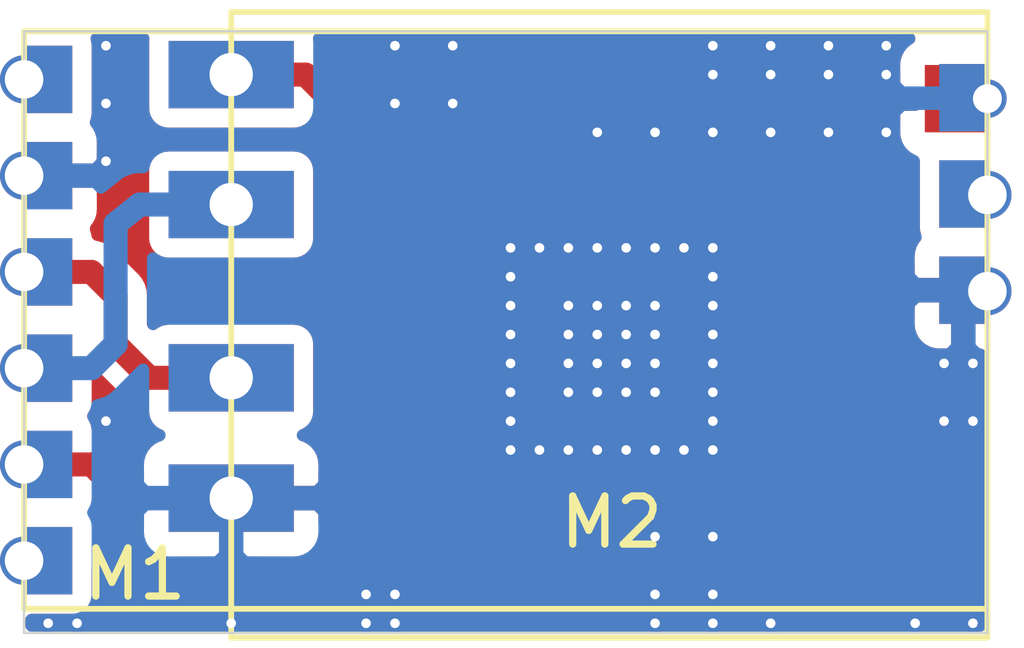
<source format=kicad_pcb>
(kicad_pcb (version 20171130) (host pcbnew "(5.1.9)-1")

  (general
    (thickness 1.6)
    (drawings 4)
    (tracks 114)
    (zones 0)
    (modules 2)
    (nets 8)
  )

  (page A4)
  (layers
    (0 F.Cu signal)
    (31 B.Cu signal)
    (32 B.Adhes user)
    (33 F.Adhes user)
    (34 B.Paste user)
    (35 F.Paste user)
    (36 B.SilkS user)
    (37 F.SilkS user)
    (38 B.Mask user)
    (39 F.Mask user)
    (40 Dwgs.User user)
    (41 Cmts.User user)
    (42 Eco1.User user)
    (43 Eco2.User user)
    (44 Edge.Cuts user)
    (45 Margin user)
    (46 B.CrtYd user)
    (47 F.CrtYd user)
    (48 B.Fab user)
    (49 F.Fab user)
  )

  (setup
    (last_trace_width 0.5)
    (user_trace_width 0.5)
    (trace_clearance 0.4)
    (zone_clearance 0)
    (zone_45_only no)
    (trace_min 0.2)
    (via_size 0.8)
    (via_drill 0.4)
    (via_min_size 0.4)
    (via_min_drill 0.3)
    (uvia_size 0.3)
    (uvia_drill 0.1)
    (uvias_allowed no)
    (uvia_min_size 0.2)
    (uvia_min_drill 0.1)
    (edge_width 0.05)
    (segment_width 0.2)
    (pcb_text_width 0.3)
    (pcb_text_size 1.5 1.5)
    (mod_edge_width 0.12)
    (mod_text_size 1 1)
    (mod_text_width 0.15)
    (pad_size 2 1.4)
    (pad_drill 0.9)
    (pad_to_mask_clearance 0.05)
    (aux_axis_origin 0 0)
    (visible_elements 7FFFFFFF)
    (pcbplotparams
      (layerselection 0x010fc_ffffffff)
      (usegerberextensions false)
      (usegerberattributes true)
      (usegerberadvancedattributes true)
      (creategerberjobfile true)
      (excludeedgelayer true)
      (linewidth 0.100000)
      (plotframeref false)
      (viasonmask false)
      (mode 1)
      (useauxorigin false)
      (hpglpennumber 1)
      (hpglpenspeed 20)
      (hpglpendiameter 15.000000)
      (psnegative false)
      (psa4output false)
      (plotreference true)
      (plotvalue true)
      (plotinvisibletext false)
      (padsonsilk false)
      (subtractmaskfromsilk false)
      (outputformat 1)
      (mirror false)
      (drillshape 1)
      (scaleselection 1)
      (outputdirectory ""))
  )

  (net 0 "")
  (net 1 ANT)
  (net 2 GND)
  (net 3 VDD)
  (net 4 UDM)
  (net 5 UDP)
  (net 6 "Net-(M1-Pad6)")
  (net 7 "Net-(M1-Pad1)")

  (net_class Default "This is the default net class."
    (clearance 0.4)
    (trace_width 0.25)
    (via_dia 0.8)
    (via_drill 0.4)
    (uvia_dia 0.3)
    (uvia_drill 0.1)
    (add_net ANT)
    (add_net GND)
    (add_net "Net-(M1-Pad1)")
    (add_net "Net-(M1-Pad6)")
    (add_net UDM)
    (add_net UDP)
    (add_net VDD)
  )

  (module components:BL-R7601MU6_VER0.1 (layer F.Cu) (tedit 601AC29A) (tstamp 601ABD40)
    (at 138.4 50.1)
    (path /601AC4B1)
    (fp_text reference M2 (at 7.9 10.6) (layer F.SilkS)
      (effects (font (size 1 1) (thickness 0.15)))
    )
    (fp_text value BL-R7601MU6_VER0.1 (at 7.9 12.2) (layer F.Fab)
      (effects (font (size 1 1) (thickness 0.15)))
    )
    (fp_line (start 0 13) (end 0 0) (layer F.SilkS) (width 0.12))
    (fp_line (start 0 13) (end 15.7 13) (layer F.SilkS) (width 0.12))
    (fp_line (start 15.7 0) (end 15.7 13) (layer F.SilkS) (width 0.12))
    (fp_line (start 0 0) (end 15.7 0) (layer F.SilkS) (width 0.12))
    (pad 5 smd rect (at 15.7 1.8) (size 1.3 1.4) (drill (offset -0.65 0)) (layers F.Cu F.Paste F.Mask)
      (net 2 GND))
    (pad 4 thru_hole rect (at 0 1.3) (size 2.6 1.4) (drill 0.9) (layers *.Cu *.Mask)
      (net 3 VDD))
    (pad 3 thru_hole rect (at 0 4) (size 2.6 1.4) (drill 0.9) (layers *.Cu *.Mask)
      (net 4 UDM))
    (pad 2 thru_hole rect (at 0 7.6) (size 2.6 1.4) (drill 0.9) (layers *.Cu *.Mask)
      (net 5 UDP))
    (pad 1 thru_hole rect (at 0 10.1) (size 2.6 1.4) (drill 0.9) (layers *.Cu *.Mask)
      (net 2 GND))
  )

  (module components:BL-M7601NU4_V1.0 (layer F.Cu) (tedit 60117906) (tstamp 5FE9DD8E)
    (at 134.1 50.5)
    (path /5FEB479D)
    (fp_text reference M1 (at 2.3 11.28) (layer F.SilkS)
      (effects (font (size 1 1) (thickness 0.15)))
    )
    (fp_text value BL-M7601NU4_V1.0 (at 8.7 11.98) (layer B.Fab)
      (effects (font (size 1 1) (thickness 0.15)) (justify mirror))
    )
    (fp_line (start 0 0) (end 20 0) (layer F.SilkS) (width 0.12))
    (fp_line (start 20 0) (end 20 12) (layer F.SilkS) (width 0.12))
    (fp_line (start 0 12) (end 20 12) (layer F.SilkS) (width 0.12))
    (fp_line (start 0 0) (end 0 12) (layer F.SilkS) (width 0.12))
    (pad 6 smd rect (at 0 1) (size 1 1.4) (drill (offset 0.5 0)) (layers F.Cu F.Paste F.Mask)
      (net 6 "Net-(M1-Pad6)"))
    (pad 9 smd rect (at 20 1.38) (size 1 1.4) (drill (offset -0.5 0)) (layers F.Cu F.Paste F.Mask)
      (net 2 GND))
    (pad 8 smd rect (at 20 3.38) (size 1 1.4) (drill (offset -0.5 0)) (layers F.Cu F.Paste F.Mask)
      (net 1 ANT))
    (pad 3 smd rect (at 0 7) (size 1 1.4) (drill (offset 0.5 0)) (layers F.Cu F.Paste F.Mask)
      (net 4 UDM))
    (pad 2 smd rect (at 0 9) (size 1 1.4) (drill (offset 0.5 0)) (layers F.Cu F.Paste F.Mask)
      (net 3 VDD))
    (pad 7 smd rect (at 20 5.38) (size 1 1.4) (drill (offset -0.5 0)) (layers F.Cu F.Paste F.Mask)
      (net 2 GND))
    (pad 1 smd rect (at 0 11) (size 1 1.4) (drill (offset 0.5 0)) (layers F.Cu F.Paste F.Mask)
      (net 7 "Net-(M1-Pad1)"))
    (pad 5 smd rect (at 0 3) (size 1 1.4) (drill (offset 0.5 0)) (layers F.Cu F.Paste F.Mask)
      (net 2 GND))
    (pad 4 smd rect (at 0 5) (size 1 1.4) (drill (offset 0.5 0)) (layers F.Cu F.Paste F.Mask)
      (net 5 UDP))
    (pad 9 smd rect (at 20 1.38) (size 1 1.4) (drill (offset -0.5 0)) (layers B.Cu B.Paste B.Mask)
      (net 2 GND))
    (pad 8 smd rect (at 20 3.38) (size 1 1.4) (drill (offset -0.5 0)) (layers B.Cu B.Paste B.Mask)
      (net 1 ANT))
    (pad 7 smd rect (at 20 5.38) (size 1 1.4) (drill (offset -0.5 0)) (layers B.Cu B.Paste B.Mask)
      (net 2 GND))
    (pad 6 smd rect (at 0 1) (size 1 1.4) (drill (offset 0.5 0)) (layers B.Cu B.Paste B.Mask)
      (net 6 "Net-(M1-Pad6)"))
    (pad 5 smd rect (at 0 3) (size 1 1.4) (drill (offset 0.5 0)) (layers B.Cu B.Paste B.Mask)
      (net 2 GND))
    (pad 4 smd rect (at 0 5) (size 1 1.4) (drill (offset 0.5 0)) (layers B.Cu B.Paste B.Mask)
      (net 5 UDP))
    (pad 3 smd rect (at 0 7) (size 1 1.4) (drill (offset 0.5 0)) (layers B.Cu B.Paste B.Mask)
      (net 4 UDM))
    (pad 2 smd rect (at 0 9) (size 1 1.4) (drill (offset 0.5 0)) (layers B.Cu B.Paste B.Mask)
      (net 3 VDD))
    (pad 1 smd rect (at 0 11) (size 1 1.4) (drill (offset 0.5 0)) (layers B.Cu B.Paste B.Mask)
      (net 7 "Net-(M1-Pad1)"))
  )

  (gr_line (start 134.1 63) (end 134.1 50.5) (layer Edge.Cuts) (width 0.05) (tstamp 5FE9E190))
  (gr_line (start 154.1 63) (end 134.1 63) (layer Edge.Cuts) (width 0.05))
  (gr_line (start 154.1 50.5) (end 154.1 63) (layer Edge.Cuts) (width 0.05))
  (gr_line (start 134.1 50.5) (end 154.1 50.5) (layer Edge.Cuts) (width 0.05))

  (via (at 134.1 51.5) (size 1) (drill 0.8) (layers F.Cu B.Cu) (net 6) (tstamp 60118115))
  (via (at 134.1 61.5) (size 1) (drill 0.8) (layers F.Cu B.Cu) (net 7) (tstamp 60118115))
  (via (at 154.1 53.9) (size 1) (drill 0.8) (layers F.Cu B.Cu) (net 1) (tstamp 60118115))
  (via (at 154.1 55.9) (size 1) (drill 0.8) (layers F.Cu B.Cu) (net 2) (tstamp 60118115))
  (via (at 154.1 51.9) (size 0.8) (drill 0.6) (layers F.Cu B.Cu) (net 2) (tstamp 60118115))
  (via (at 134.1 53.5) (size 1) (drill 0.8) (layers F.Cu B.Cu) (net 2))
  (via (at 135.8 50.8) (size 0.4) (drill 0.2) (layers F.Cu B.Cu) (net 2) (tstamp 60006EA2))
  (via (at 135.8 52) (size 0.4) (drill 0.2) (layers F.Cu B.Cu) (net 2) (tstamp 600D7465))
  (via (at 141.8 52) (size 0.4) (drill 0.2) (layers F.Cu B.Cu) (net 2) (tstamp 600D750B))
  (via (at 141.8 50.8) (size 0.4) (drill 0.2) (layers F.Cu B.Cu) (net 2) (tstamp 600D750C))
  (via (at 143 52) (size 0.4) (drill 0.2) (layers F.Cu B.Cu) (net 2) (tstamp 600D751B))
  (via (at 143 50.8) (size 0.4) (drill 0.2) (layers F.Cu B.Cu) (net 2) (tstamp 600D751D))
  (via (at 144.2 55) (size 0.4) (drill 0.2) (layers F.Cu B.Cu) (net 2) (tstamp 600D7573))
  (via (at 144.8 55) (size 0.4) (drill 0.2) (layers F.Cu B.Cu) (net 2) (tstamp 600D7575))
  (via (at 145.4 55) (size 0.4) (drill 0.2) (layers F.Cu B.Cu) (net 2) (tstamp 600D7577))
  (via (at 146 55) (size 0.4) (drill 0.2) (layers F.Cu B.Cu) (net 2) (tstamp 600D7579))
  (via (at 146.6 55) (size 0.4) (drill 0.2) (layers F.Cu B.Cu) (net 2) (tstamp 600D757B))
  (via (at 147.2 55) (size 0.4) (drill 0.2) (layers F.Cu B.Cu) (net 2) (tstamp 600D757D))
  (via (at 147.8 55) (size 0.4) (drill 0.2) (layers F.Cu B.Cu) (net 2) (tstamp 600D757F))
  (via (at 148.4 55) (size 0.4) (drill 0.2) (layers F.Cu B.Cu) (net 2) (tstamp 600D7581))
  (via (at 148.4 52.6) (size 0.4) (drill 0.2) (layers F.Cu B.Cu) (net 2) (tstamp 600D7585))
  (via (at 148.4 51.4) (size 0.4) (drill 0.2) (layers F.Cu B.Cu) (net 2) (tstamp 600D758B))
  (via (at 148.4 50.8) (size 0.4) (drill 0.2) (layers F.Cu B.Cu) (net 2) (tstamp 600D758D))
  (via (at 148.4 55.6) (size 0.4) (drill 0.2) (layers F.Cu B.Cu) (net 2) (tstamp 600D7595))
  (via (at 148.4 56.2) (size 0.4) (drill 0.2) (layers F.Cu B.Cu) (net 2) (tstamp 600D7597))
  (via (at 148.4 56.8) (size 0.4) (drill 0.2) (layers F.Cu B.Cu) (net 2) (tstamp 600D7599))
  (via (at 147.2 56.2) (size 0.4) (drill 0.2) (layers F.Cu B.Cu) (net 2) (tstamp 600D759B))
  (via (at 146.6 56.2) (size 0.4) (drill 0.2) (layers F.Cu B.Cu) (net 2) (tstamp 600D759D))
  (via (at 146 56.2) (size 0.4) (drill 0.2) (layers F.Cu B.Cu) (net 2) (tstamp 600D759F))
  (via (at 145.4 56.2) (size 0.4) (drill 0.2) (layers F.Cu B.Cu) (net 2) (tstamp 600D75A1))
  (via (at 144.2 56.2) (size 0.4) (drill 0.2) (layers F.Cu B.Cu) (net 2) (tstamp 600D75A5))
  (via (at 144.2 57.4) (size 0.4) (drill 0.2) (layers F.Cu B.Cu) (net 2) (tstamp 600D75AF))
  (via (at 144.2 56.8) (size 0.4) (drill 0.2) (layers F.Cu B.Cu) (net 2) (tstamp 600D75B1))
  (via (at 145.4 57.4) (size 0.4) (drill 0.2) (layers F.Cu B.Cu) (net 2) (tstamp 600D75B7))
  (via (at 145.4 56.8) (size 0.4) (drill 0.2) (layers F.Cu B.Cu) (net 2) (tstamp 600D75B9))
  (via (at 146 56.8) (size 0.4) (drill 0.2) (layers F.Cu B.Cu) (net 2) (tstamp 600D75BB))
  (via (at 146.6 56.8) (size 0.4) (drill 0.2) (layers F.Cu B.Cu) (net 2) (tstamp 600D75BD))
  (via (at 147.2 56.8) (size 0.4) (drill 0.2) (layers F.Cu B.Cu) (net 2) (tstamp 600D75BF))
  (via (at 146 57.4) (size 0.4) (drill 0.2) (layers F.Cu B.Cu) (net 2) (tstamp 600D75C1))
  (via (at 146.6 57.4) (size 0.4) (drill 0.2) (layers F.Cu B.Cu) (net 2) (tstamp 600D75C3))
  (via (at 147.2 57.4) (size 0.4) (drill 0.2) (layers F.Cu B.Cu) (net 2) (tstamp 600D75C5))
  (via (at 147.2 58) (size 0.4) (drill 0.2) (layers F.Cu B.Cu) (net 2) (tstamp 600D75C7))
  (via (at 147.2 59.2) (size 0.4) (drill 0.2) (layers F.Cu B.Cu) (net 2) (tstamp 600D75CB))
  (via (at 144.2 55.6) (size 0.4) (drill 0.2) (layers F.Cu B.Cu) (net 2) (tstamp 600D760B))
  (via (at 144.2 58) (size 0.4) (drill 0.2) (layers F.Cu B.Cu) (net 2) (tstamp 600D7619))
  (via (at 144.2 58.6) (size 0.4) (drill 0.2) (layers F.Cu B.Cu) (net 2) (tstamp 600D761B))
  (via (at 144.2 59.2) (size 0.4) (drill 0.2) (layers F.Cu B.Cu) (net 2) (tstamp 600D7625))
  (via (at 144.8 59.2) (size 0.4) (drill 0.2) (layers F.Cu B.Cu) (net 2) (tstamp 600D7627))
  (via (at 145.4 59.2) (size 0.4) (drill 0.2) (layers F.Cu B.Cu) (net 2) (tstamp 600D7629))
  (via (at 145.4 58) (size 0.4) (drill 0.2) (layers F.Cu B.Cu) (net 2) (tstamp 600D762B))
  (via (at 146 59.2) (size 0.4) (drill 0.2) (layers F.Cu B.Cu) (net 2) (tstamp 600D7633))
  (via (at 146 58) (size 0.4) (drill 0.2) (layers F.Cu B.Cu) (net 2) (tstamp 600D7637))
  (via (at 146.6 58) (size 0.4) (drill 0.2) (layers F.Cu B.Cu) (net 2) (tstamp 600D7639))
  (via (at 146.6 59.2) (size 0.4) (drill 0.2) (layers F.Cu B.Cu) (net 2) (tstamp 600D763D))
  (via (at 147.8 59.2) (size 0.4) (drill 0.2) (layers F.Cu B.Cu) (net 2) (tstamp 600D763F))
  (via (at 148.4 57.4) (size 0.4) (drill 0.2) (layers F.Cu B.Cu) (net 2) (tstamp 600D7647))
  (via (at 148.4 58) (size 0.4) (drill 0.2) (layers F.Cu B.Cu) (net 2) (tstamp 600D7649))
  (via (at 148.4 58.6) (size 0.4) (drill 0.2) (layers F.Cu B.Cu) (net 2) (tstamp 600D764B))
  (via (at 148.4 59.2) (size 0.4) (drill 0.2) (layers F.Cu B.Cu) (net 2) (tstamp 600D764D))
  (via (at 153.2 57.4) (size 0.4) (drill 0.2) (layers F.Cu B.Cu) (net 2) (tstamp 600D765E))
  (via (at 153.8 57.4) (size 0.4) (drill 0.2) (layers F.Cu B.Cu) (net 2) (tstamp 600D7660))
  (via (at 153.8 58.6) (size 0.4) (drill 0.2) (layers F.Cu B.Cu) (net 2) (tstamp 600D7664))
  (via (at 153.2 58.6) (size 0.4) (drill 0.2) (layers F.Cu B.Cu) (net 2) (tstamp 600D7666))
  (via (at 153.8 62.8) (size 0.4) (drill 0.2) (layers F.Cu B.Cu) (net 2) (tstamp 600D7676))
  (via (at 152.6 62.8) (size 0.4) (drill 0.2) (layers F.Cu B.Cu) (net 2) (tstamp 600D767A))
  (via (at 149.6 62.8) (size 0.4) (drill 0.2) (layers F.Cu B.Cu) (net 2) (tstamp 600D7684))
  (via (at 148.4 62.8) (size 0.4) (drill 0.2) (layers F.Cu B.Cu) (net 2) (tstamp 600D7688))
  (via (at 147.2 62.8) (size 0.4) (drill 0.2) (layers F.Cu B.Cu) (net 2) (tstamp 600D768C))
  (via (at 147.2 62.2) (size 0.4) (drill 0.2) (layers F.Cu B.Cu) (net 2) (tstamp 600D768E))
  (via (at 148.4 62.2) (size 0.4) (drill 0.2) (layers F.Cu B.Cu) (net 2) (tstamp 600D7696))
  (via (at 148.4 61) (size 0.4) (drill 0.2) (layers F.Cu B.Cu) (net 2) (tstamp 600D769A))
  (via (at 147.2 61) (size 0.4) (drill 0.2) (layers F.Cu B.Cu) (net 2) (tstamp 600D769E))
  (via (at 141.8 62.2) (size 0.4) (drill 0.2) (layers F.Cu B.Cu) (net 2) (tstamp 600D76A4))
  (via (at 141.2 62.2) (size 0.4) (drill 0.2) (layers F.Cu B.Cu) (net 2) (tstamp 600D76AA))
  (via (at 135.8 58.6) (size 0.4) (drill 0.2) (layers F.Cu B.Cu) (net 2) (tstamp 600D7F8C))
  (via (at 135.2 62.8) (size 0.4) (drill 0.2) (layers F.Cu B.Cu) (net 2) (tstamp 600D7F98))
  (via (at 134.6 62.8) (size 0.4) (drill 0.2) (layers F.Cu B.Cu) (net 2) (tstamp 600D7F9A))
  (via (at 149.6 52.6) (size 0.4) (drill 0.2) (layers F.Cu B.Cu) (net 2) (tstamp 600D800B))
  (via (at 149.6 51.4) (size 0.4) (drill 0.2) (layers F.Cu B.Cu) (net 2) (tstamp 600D800C))
  (via (at 149.6 50.8) (size 0.4) (drill 0.2) (layers F.Cu B.Cu) (net 2) (tstamp 600D800D))
  (via (at 150.8 51.4) (size 0.4) (drill 0.2) (layers F.Cu B.Cu) (net 2) (tstamp 600D801B))
  (via (at 150.8 52.6) (size 0.4) (drill 0.2) (layers F.Cu B.Cu) (net 2) (tstamp 600D801C))
  (via (at 150.8 50.8) (size 0.4) (drill 0.2) (layers F.Cu B.Cu) (net 2) (tstamp 600D801D))
  (via (at 152 51.4) (size 0.4) (drill 0.2) (layers F.Cu B.Cu) (net 2) (tstamp 600D802A))
  (via (at 152 52.6) (size 0.4) (drill 0.2) (layers F.Cu B.Cu) (net 2) (tstamp 600D802B))
  (via (at 152 50.8) (size 0.4) (drill 0.2) (layers F.Cu B.Cu) (net 2) (tstamp 600D802D))
  (via (at 135.8 53.2) (size 0.4) (drill 0.2) (layers F.Cu B.Cu) (net 2) (tstamp 600D8064))
  (via (at 138.4 62.8) (size 0.4) (drill 0.2) (layers F.Cu B.Cu) (net 2) (tstamp 600D808A))
  (via (at 147.2 52.6) (size 0.4) (drill 0.2) (layers F.Cu B.Cu) (net 2) (tstamp 600D80B2))
  (via (at 146 52.6) (size 0.4) (drill 0.2) (layers F.Cu B.Cu) (net 2) (tstamp 600D80B6))
  (via (at 141.2 62.8) (size 0.4) (drill 0.2) (layers F.Cu B.Cu) (net 2) (tstamp 600D76A8))
  (via (at 141.8 62.8) (size 0.4) (drill 0.2) (layers F.Cu B.Cu) (net 2) (tstamp 600D76A6))
  (via (at 134.1 59.5) (size 1) (drill 0.8) (layers F.Cu B.Cu) (net 3) (tstamp 60118115))
  (segment (start 136 61) (end 136 60) (width 0.5) (layer F.Cu) (net 3))
  (segment (start 137.050001 61.949999) (end 136 61) (width 0.5) (layer F.Cu) (net 3))
  (segment (start 135.5 59.5) (end 135 59.5) (width 0.5) (layer F.Cu) (net 3))
  (segment (start 140.191999 61.949999) (end 137.050001 61.949999) (width 0.5) (layer F.Cu) (net 3))
  (segment (start 141.5 60.641998) (end 140.191999 61.949999) (width 0.5) (layer F.Cu) (net 3))
  (segment (start 136 60) (end 135.5 59.5) (width 0.5) (layer F.Cu) (net 3))
  (segment (start 141.5 52.958002) (end 141.5 60.641998) (width 0.5) (layer F.Cu) (net 3))
  (segment (start 139.941998 51.4) (end 141.5 52.958002) (width 0.5) (layer F.Cu) (net 3))
  (segment (start 138.4 51.4) (end 139.941998 51.4) (width 0.5) (layer F.Cu) (net 3))
  (via (at 134.1 57.5) (size 1) (drill 0.8) (layers F.Cu B.Cu) (net 4) (tstamp 60118115))
  (segment (start 135.5 57.5) (end 134.77501 57.5) (width 0.5) (layer B.Cu) (net 4))
  (segment (start 136 57) (end 135.5 57.5) (width 0.5) (layer B.Cu) (net 4))
  (segment (start 136 54.5) (end 136 57) (width 0.5) (layer B.Cu) (net 4))
  (segment (start 136.5 54.1) (end 136 54.5) (width 0.5) (layer B.Cu) (net 4))
  (segment (start 138.4 54.1) (end 136.5 54.1) (width 0.5) (layer B.Cu) (net 4))
  (via (at 134.1 55.5) (size 1) (drill 0.8) (layers F.Cu B.Cu) (net 5))
  (segment (start 138.4 57.7) (end 136.7 57.7) (width 0.5) (layer F.Cu) (net 5))
  (segment (start 136.7 57.7) (end 136 57) (width 0.5) (layer F.Cu) (net 5))
  (segment (start 136 57) (end 136 56) (width 0.5) (layer F.Cu) (net 5))
  (segment (start 135.5 55.5) (end 134.77501 55.5) (width 0.5) (layer F.Cu) (net 5))
  (segment (start 136 56) (end 135.5 55.5) (width 0.5) (layer F.Cu) (net 5))

  (zone (net 2) (net_name GND) (layer F.Cu) (tstamp 0) (hatch edge 0.508)
    (connect_pads (clearance 0))
    (min_thickness 0.254)
    (fill yes (arc_segments 32) (thermal_gap 0.508) (thermal_bridge_width 0.508))
    (polygon
      (pts
        (xy 154.1 63) (xy 134.1 63) (xy 134.1 50.5) (xy 154.1 50.5)
      )
    )
    (filled_polygon
      (pts
        (xy 152.445506 50.669463) (xy 152.348815 50.748815) (xy 152.269463 50.845506) (xy 152.210498 50.95582) (xy 152.174188 51.075518)
        (xy 152.161928 51.2) (xy 152.165 51.61425) (xy 152.32375 51.773) (xy 153.747 51.773) (xy 153.747 52.007)
        (xy 153.727 52.007) (xy 153.727 52.027) (xy 153.473 52.027) (xy 153.473 52.007) (xy 152.62375 52.007)
        (xy 152.60375 52.027) (xy 152.32375 52.027) (xy 152.165 52.18575) (xy 152.161928 52.6) (xy 152.174188 52.724482)
        (xy 152.210498 52.84418) (xy 152.269463 52.954494) (xy 152.348815 53.051185) (xy 152.445506 53.130537) (xy 152.55582 53.189502)
        (xy 152.570451 53.19394) (xy 152.570451 54.58) (xy 152.580626 54.68331) (xy 152.609107 54.777199) (xy 152.569463 54.825506)
        (xy 152.510498 54.93582) (xy 152.474188 55.055518) (xy 152.461928 55.18) (xy 152.465 55.59425) (xy 152.62375 55.753)
        (xy 153.473 55.753) (xy 153.473 55.733) (xy 153.727 55.733) (xy 153.727 55.753) (xy 153.747 55.753)
        (xy 153.747 56.007) (xy 153.727 56.007) (xy 153.727 57.05625) (xy 153.88575 57.215) (xy 153.948001 57.215893)
        (xy 153.948001 62.848) (xy 134.252 62.848) (xy 134.252 62.729549) (xy 135.1 62.729549) (xy 135.20331 62.719374)
        (xy 135.30265 62.689239) (xy 135.394202 62.640304) (xy 135.474448 62.574448) (xy 135.540304 62.494202) (xy 135.589239 62.40265)
        (xy 135.619374 62.30331) (xy 135.629549 62.2) (xy 135.629549 61.712654) (xy 136.48595 62.487492) (xy 136.497921 62.502079)
        (xy 136.542589 62.538737) (xy 136.557003 62.551778) (xy 136.572086 62.562944) (xy 136.616235 62.599176) (xy 136.633475 62.608391)
        (xy 136.649194 62.620028) (xy 136.700854 62.644406) (xy 136.751217 62.671326) (xy 136.769928 62.677002) (xy 136.787612 62.685347)
        (xy 136.843019 62.699174) (xy 136.897682 62.715756) (xy 136.917148 62.717673) (xy 136.936113 62.722406) (xy 136.993142 62.725158)
        (xy 137.011835 62.726999) (xy 137.031296 62.726999) (xy 137.08899 62.729783) (xy 137.107646 62.726999) (xy 140.153836 62.726999)
        (xy 140.191999 62.730758) (xy 140.230162 62.726999) (xy 140.230165 62.726999) (xy 140.344318 62.715756) (xy 140.490783 62.671326)
        (xy 140.625765 62.599176) (xy 140.744079 62.502079) (xy 140.768411 62.47243) (xy 142.022436 61.218406) (xy 142.05208 61.194078)
        (xy 142.086351 61.152319) (xy 142.149177 61.075764) (xy 142.18244 61.013533) (xy 142.221327 60.940782) (xy 142.265757 60.794317)
        (xy 142.277 60.680164) (xy 142.277 60.680162) (xy 142.280759 60.641998) (xy 142.277 60.603835) (xy 142.277 56.58)
        (xy 152.461928 56.58) (xy 152.474188 56.704482) (xy 152.510498 56.82418) (xy 152.569463 56.934494) (xy 152.648815 57.031185)
        (xy 152.745506 57.110537) (xy 152.85582 57.169502) (xy 152.975518 57.205812) (xy 153.1 57.218072) (xy 153.31425 57.215)
        (xy 153.473 57.05625) (xy 153.473 56.007) (xy 152.62375 56.007) (xy 152.465 56.16575) (xy 152.461928 56.58)
        (xy 142.277 56.58) (xy 142.277 52.996165) (xy 142.280759 52.958002) (xy 142.276106 52.910761) (xy 142.265757 52.805683)
        (xy 142.221327 52.659218) (xy 142.178984 52.58) (xy 142.149178 52.524236) (xy 142.076409 52.435567) (xy 142.076408 52.435566)
        (xy 142.05208 52.405922) (xy 142.022437 52.381595) (xy 140.51841 50.877569) (xy 140.494078 50.84792) (xy 140.375764 50.750823)
        (xy 140.240782 50.678673) (xy 140.227038 50.674504) (xy 140.224821 50.652) (xy 152.478176 50.652)
      )
    )
    (filled_polygon
      (pts
        (xy 136.570451 50.7) (xy 136.570451 52.1) (xy 136.580626 52.20331) (xy 136.610761 52.30265) (xy 136.659696 52.394202)
        (xy 136.725552 52.474448) (xy 136.805798 52.540304) (xy 136.89735 52.589239) (xy 136.99669 52.619374) (xy 137.1 52.629549)
        (xy 139.7 52.629549) (xy 139.80331 52.619374) (xy 139.90265 52.589239) (xy 139.987201 52.544046) (xy 140.723 53.279846)
        (xy 140.723001 60.320153) (xy 140.336637 60.706517) (xy 140.335 60.48575) (xy 140.17625 60.327) (xy 138.527 60.327)
        (xy 138.527 60.347) (xy 138.273 60.347) (xy 138.273 60.327) (xy 138.253 60.327) (xy 138.253 60.073)
        (xy 138.273 60.073) (xy 138.273 60.053) (xy 138.527 60.053) (xy 138.527 60.073) (xy 140.17625 60.073)
        (xy 140.335 59.91425) (xy 140.338072 59.5) (xy 140.325812 59.375518) (xy 140.289502 59.25582) (xy 140.230537 59.145506)
        (xy 140.151185 59.048815) (xy 140.054494 58.969463) (xy 139.94418 58.910498) (xy 139.888374 58.89357) (xy 139.90265 58.889239)
        (xy 139.994202 58.840304) (xy 140.074448 58.774448) (xy 140.140304 58.694202) (xy 140.189239 58.60265) (xy 140.219374 58.50331)
        (xy 140.229549 58.4) (xy 140.229549 57) (xy 140.219374 56.89669) (xy 140.189239 56.79735) (xy 140.140304 56.705798)
        (xy 140.074448 56.625552) (xy 139.994202 56.559696) (xy 139.90265 56.510761) (xy 139.80331 56.480626) (xy 139.7 56.470451)
        (xy 137.1 56.470451) (xy 136.99669 56.480626) (xy 136.89735 56.510761) (xy 136.805798 56.559696) (xy 136.777 56.58333)
        (xy 136.777 56.038163) (xy 136.780759 56) (xy 136.777 55.961834) (xy 136.765757 55.847681) (xy 136.721327 55.701216)
        (xy 136.664152 55.59425) (xy 136.649177 55.566233) (xy 136.608442 55.516598) (xy 136.55208 55.44792) (xy 136.52243 55.423587)
        (xy 136.076413 54.97757) (xy 136.05208 54.94792) (xy 135.933766 54.850823) (xy 135.798784 54.778673) (xy 135.652319 54.734243)
        (xy 135.622786 54.731334) (xy 135.619374 54.69669) (xy 135.590893 54.602801) (xy 135.630537 54.554494) (xy 135.689502 54.44418)
        (xy 135.725812 54.324482) (xy 135.738072 54.2) (xy 135.735 53.78575) (xy 135.57625 53.627) (xy 134.727 53.627)
        (xy 134.727 53.647) (xy 134.473 53.647) (xy 134.473 53.627) (xy 134.453 53.627) (xy 134.453 53.4)
        (xy 136.570451 53.4) (xy 136.570451 54.8) (xy 136.580626 54.90331) (xy 136.610761 55.00265) (xy 136.659696 55.094202)
        (xy 136.725552 55.174448) (xy 136.805798 55.240304) (xy 136.89735 55.289239) (xy 136.99669 55.319374) (xy 137.1 55.329549)
        (xy 139.7 55.329549) (xy 139.80331 55.319374) (xy 139.90265 55.289239) (xy 139.994202 55.240304) (xy 140.074448 55.174448)
        (xy 140.140304 55.094202) (xy 140.189239 55.00265) (xy 140.219374 54.90331) (xy 140.229549 54.8) (xy 140.229549 53.4)
        (xy 140.219374 53.29669) (xy 140.189239 53.19735) (xy 140.140304 53.105798) (xy 140.074448 53.025552) (xy 139.994202 52.959696)
        (xy 139.90265 52.910761) (xy 139.80331 52.880626) (xy 139.7 52.870451) (xy 137.1 52.870451) (xy 136.99669 52.880626)
        (xy 136.89735 52.910761) (xy 136.805798 52.959696) (xy 136.725552 53.025552) (xy 136.659696 53.105798) (xy 136.610761 53.19735)
        (xy 136.580626 53.29669) (xy 136.570451 53.4) (xy 134.453 53.4) (xy 134.453 53.373) (xy 134.473 53.373)
        (xy 134.473 53.353) (xy 134.727 53.353) (xy 134.727 53.373) (xy 135.57625 53.373) (xy 135.735 53.21425)
        (xy 135.738072 52.8) (xy 135.725812 52.675518) (xy 135.689502 52.55582) (xy 135.630537 52.445506) (xy 135.590893 52.397199)
        (xy 135.619374 52.30331) (xy 135.629549 52.2) (xy 135.629549 50.8) (xy 135.619374 50.69669) (xy 135.605817 50.652)
        (xy 136.575179 50.652)
      )
    )
    (filled_polygon
      (pts
        (xy 136.123592 58.222436) (xy 136.14792 58.25208) (xy 136.177564 58.276408) (xy 136.177565 58.276409) (xy 136.266233 58.349177)
        (xy 136.285913 58.359696) (xy 136.401216 58.421327) (xy 136.547681 58.465757) (xy 136.577214 58.468666) (xy 136.580626 58.50331)
        (xy 136.610761 58.60265) (xy 136.659696 58.694202) (xy 136.725552 58.774448) (xy 136.805798 58.840304) (xy 136.89735 58.889239)
        (xy 136.911626 58.89357) (xy 136.85582 58.910498) (xy 136.745506 58.969463) (xy 136.648815 59.048815) (xy 136.569463 59.145506)
        (xy 136.510498 59.25582) (xy 136.474228 59.375385) (xy 136.076413 58.97757) (xy 136.05208 58.94792) (xy 135.933766 58.850823)
        (xy 135.798784 58.778673) (xy 135.652319 58.734243) (xy 135.622786 58.731334) (xy 135.619374 58.69669) (xy 135.589239 58.59735)
        (xy 135.540304 58.505798) (xy 135.535546 58.5) (xy 135.540304 58.494202) (xy 135.589239 58.40265) (xy 135.619374 58.30331)
        (xy 135.629549 58.2) (xy 135.629549 57.728392)
      )
    )
  )
  (zone (net 2) (net_name GND) (layer B.Cu) (tstamp 0) (hatch edge 0.508)
    (connect_pads (clearance 0))
    (min_thickness 0.254)
    (fill yes (arc_segments 32) (thermal_gap 0.508) (thermal_bridge_width 0.508))
    (polygon
      (pts
        (xy 154.1 63) (xy 134.1 63) (xy 134.1 50.5) (xy 154.1 50.5)
      )
    )
    (filled_polygon
      (pts
        (xy 136.570451 50.7) (xy 136.570451 52.1) (xy 136.580626 52.20331) (xy 136.610761 52.30265) (xy 136.659696 52.394202)
        (xy 136.725552 52.474448) (xy 136.805798 52.540304) (xy 136.89735 52.589239) (xy 136.99669 52.619374) (xy 137.1 52.629549)
        (xy 139.7 52.629549) (xy 139.80331 52.619374) (xy 139.90265 52.589239) (xy 139.994202 52.540304) (xy 140.074448 52.474448)
        (xy 140.140304 52.394202) (xy 140.189239 52.30265) (xy 140.219374 52.20331) (xy 140.229549 52.1) (xy 140.229549 50.7)
        (xy 140.224821 50.652) (xy 152.478176 50.652) (xy 152.445506 50.669463) (xy 152.348815 50.748815) (xy 152.269463 50.845506)
        (xy 152.210498 50.95582) (xy 152.174188 51.075518) (xy 152.161928 51.2) (xy 152.165 51.61425) (xy 152.32375 51.773)
        (xy 153.747 51.773) (xy 153.747 52.007) (xy 153.727 52.007) (xy 153.727 52.027) (xy 153.473 52.027)
        (xy 153.473 52.007) (xy 152.62375 52.007) (xy 152.60375 52.027) (xy 152.32375 52.027) (xy 152.165 52.18575)
        (xy 152.161928 52.6) (xy 152.174188 52.724482) (xy 152.210498 52.84418) (xy 152.269463 52.954494) (xy 152.348815 53.051185)
        (xy 152.445506 53.130537) (xy 152.55582 53.189502) (xy 152.570451 53.19394) (xy 152.570451 54.58) (xy 152.580626 54.68331)
        (xy 152.609107 54.777199) (xy 152.569463 54.825506) (xy 152.510498 54.93582) (xy 152.474188 55.055518) (xy 152.461928 55.18)
        (xy 152.465 55.59425) (xy 152.62375 55.753) (xy 153.473 55.753) (xy 153.473 55.733) (xy 153.727 55.733)
        (xy 153.727 55.753) (xy 153.747 55.753) (xy 153.747 56.007) (xy 153.727 56.007) (xy 153.727 57.05625)
        (xy 153.88575 57.215) (xy 153.948001 57.215893) (xy 153.948001 62.848) (xy 134.252 62.848) (xy 134.252 62.729549)
        (xy 135.1 62.729549) (xy 135.20331 62.719374) (xy 135.30265 62.689239) (xy 135.394202 62.640304) (xy 135.474448 62.574448)
        (xy 135.540304 62.494202) (xy 135.589239 62.40265) (xy 135.619374 62.30331) (xy 135.629549 62.2) (xy 135.629549 60.9)
        (xy 136.461928 60.9) (xy 136.474188 61.024482) (xy 136.510498 61.14418) (xy 136.569463 61.254494) (xy 136.648815 61.351185)
        (xy 136.745506 61.430537) (xy 136.85582 61.489502) (xy 136.975518 61.525812) (xy 137.1 61.538072) (xy 138.11425 61.535)
        (xy 138.273 61.37625) (xy 138.273 60.327) (xy 138.527 60.327) (xy 138.527 61.37625) (xy 138.68575 61.535)
        (xy 139.7 61.538072) (xy 139.824482 61.525812) (xy 139.94418 61.489502) (xy 140.054494 61.430537) (xy 140.151185 61.351185)
        (xy 140.230537 61.254494) (xy 140.289502 61.14418) (xy 140.325812 61.024482) (xy 140.338072 60.9) (xy 140.335 60.48575)
        (xy 140.17625 60.327) (xy 138.527 60.327) (xy 138.273 60.327) (xy 136.62375 60.327) (xy 136.465 60.48575)
        (xy 136.461928 60.9) (xy 135.629549 60.9) (xy 135.629549 60.8) (xy 135.619374 60.69669) (xy 135.589239 60.59735)
        (xy 135.540304 60.505798) (xy 135.535546 60.5) (xy 135.540304 60.494202) (xy 135.589239 60.40265) (xy 135.619374 60.30331)
        (xy 135.629549 60.2) (xy 135.629549 58.8) (xy 135.619374 58.69669) (xy 135.589239 58.59735) (xy 135.540304 58.505798)
        (xy 135.535546 58.5) (xy 135.540304 58.494202) (xy 135.589239 58.40265) (xy 135.619374 58.30331) (xy 135.622786 58.268666)
        (xy 135.652319 58.265757) (xy 135.798784 58.221327) (xy 135.933766 58.149177) (xy 136.05208 58.05208) (xy 136.076413 58.02243)
        (xy 136.52243 57.576413) (xy 136.55208 57.55208) (xy 136.570451 57.529695) (xy 136.570451 58.4) (xy 136.580626 58.50331)
        (xy 136.610761 58.60265) (xy 136.659696 58.694202) (xy 136.725552 58.774448) (xy 136.805798 58.840304) (xy 136.89735 58.889239)
        (xy 136.911626 58.89357) (xy 136.85582 58.910498) (xy 136.745506 58.969463) (xy 136.648815 59.048815) (xy 136.569463 59.145506)
        (xy 136.510498 59.25582) (xy 136.474188 59.375518) (xy 136.461928 59.5) (xy 136.465 59.91425) (xy 136.62375 60.073)
        (xy 138.273 60.073) (xy 138.273 60.053) (xy 138.527 60.053) (xy 138.527 60.073) (xy 140.17625 60.073)
        (xy 140.335 59.91425) (xy 140.338072 59.5) (xy 140.325812 59.375518) (xy 140.289502 59.25582) (xy 140.230537 59.145506)
        (xy 140.151185 59.048815) (xy 140.054494 58.969463) (xy 139.94418 58.910498) (xy 139.888374 58.89357) (xy 139.90265 58.889239)
        (xy 139.994202 58.840304) (xy 140.074448 58.774448) (xy 140.140304 58.694202) (xy 140.189239 58.60265) (xy 140.219374 58.50331)
        (xy 140.229549 58.4) (xy 140.229549 57) (xy 140.219374 56.89669) (xy 140.189239 56.79735) (xy 140.140304 56.705798)
        (xy 140.074448 56.625552) (xy 140.018943 56.58) (xy 152.461928 56.58) (xy 152.474188 56.704482) (xy 152.510498 56.82418)
        (xy 152.569463 56.934494) (xy 152.648815 57.031185) (xy 152.745506 57.110537) (xy 152.85582 57.169502) (xy 152.975518 57.205812)
        (xy 153.1 57.218072) (xy 153.31425 57.215) (xy 153.473 57.05625) (xy 153.473 56.007) (xy 152.62375 56.007)
        (xy 152.465 56.16575) (xy 152.461928 56.58) (xy 140.018943 56.58) (xy 139.994202 56.559696) (xy 139.90265 56.510761)
        (xy 139.80331 56.480626) (xy 139.7 56.470451) (xy 137.1 56.470451) (xy 136.99669 56.480626) (xy 136.89735 56.510761)
        (xy 136.805798 56.559696) (xy 136.777 56.58333) (xy 136.777 55.21667) (xy 136.805798 55.240304) (xy 136.89735 55.289239)
        (xy 136.99669 55.319374) (xy 137.1 55.329549) (xy 139.7 55.329549) (xy 139.80331 55.319374) (xy 139.90265 55.289239)
        (xy 139.994202 55.240304) (xy 140.074448 55.174448) (xy 140.140304 55.094202) (xy 140.189239 55.00265) (xy 140.219374 54.90331)
        (xy 140.229549 54.8) (xy 140.229549 53.4) (xy 140.219374 53.29669) (xy 140.189239 53.19735) (xy 140.140304 53.105798)
        (xy 140.074448 53.025552) (xy 139.994202 52.959696) (xy 139.90265 52.910761) (xy 139.80331 52.880626) (xy 139.7 52.870451)
        (xy 137.1 52.870451) (xy 136.99669 52.880626) (xy 136.89735 52.910761) (xy 136.805798 52.959696) (xy 136.725552 53.025552)
        (xy 136.659696 53.105798) (xy 136.610761 53.19735) (xy 136.580626 53.29669) (xy 136.578035 53.323) (xy 136.50473 53.323)
        (xy 136.433176 53.322107) (xy 136.3907 53.330006) (xy 136.347681 53.334243) (xy 136.315624 53.343968) (xy 136.282701 53.35009)
        (xy 136.242576 53.366127) (xy 136.201216 53.378673) (xy 136.171677 53.394462) (xy 136.140576 53.406892) (xy 136.104346 53.430451)
        (xy 136.066234 53.450823) (xy 136.010843 53.496281) (xy 135.696781 53.747531) (xy 135.57625 53.627) (xy 134.727 53.627)
        (xy 134.727 53.647) (xy 134.473 53.647) (xy 134.473 53.627) (xy 134.453 53.627) (xy 134.453 53.373)
        (xy 134.473 53.373) (xy 134.473 53.353) (xy 134.727 53.353) (xy 134.727 53.373) (xy 135.57625 53.373)
        (xy 135.735 53.21425) (xy 135.738072 52.8) (xy 135.725812 52.675518) (xy 135.689502 52.55582) (xy 135.630537 52.445506)
        (xy 135.590893 52.397199) (xy 135.619374 52.30331) (xy 135.629549 52.2) (xy 135.629549 50.8) (xy 135.619374 50.69669)
        (xy 135.605817 50.652) (xy 136.575179 50.652)
      )
    )
  )
)

</source>
